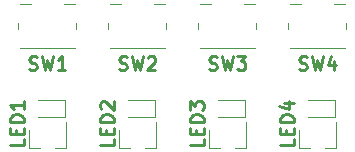
<source format=gbr>
%TF.GenerationSoftware,KiCad,Pcbnew,5.1.6-c6e7f7d~87~ubuntu18.04.1*%
%TF.CreationDate,2020-10-02T11:35:24-04:00*%
%TF.ProjectId,breadboard-io,62726561-6462-46f6-9172-642d696f2e6b,rev?*%
%TF.SameCoordinates,Original*%
%TF.FileFunction,Legend,Top*%
%TF.FilePolarity,Positive*%
%FSLAX46Y46*%
G04 Gerber Fmt 4.6, Leading zero omitted, Abs format (unit mm)*
G04 Created by KiCad (PCBNEW 5.1.6-c6e7f7d~87~ubuntu18.04.1) date 2020-10-02 11:35:24*
%MOMM*%
%LPD*%
G01*
G04 APERTURE LIST*
%ADD10C,0.250000*%
%ADD11C,0.120000*%
G04 APERTURE END LIST*
D10*
X146570238Y-113681904D02*
X146570238Y-114229523D01*
X145420238Y-114229523D01*
X145967857Y-113298571D02*
X145967857Y-112915238D01*
X146570238Y-112750952D02*
X146570238Y-113298571D01*
X145420238Y-113298571D01*
X145420238Y-112750952D01*
X146570238Y-112258095D02*
X145420238Y-112258095D01*
X145420238Y-111984285D01*
X145475000Y-111820000D01*
X145584523Y-111710476D01*
X145694047Y-111655714D01*
X145913095Y-111600952D01*
X146077380Y-111600952D01*
X146296428Y-111655714D01*
X146405952Y-111710476D01*
X146515476Y-111820000D01*
X146570238Y-111984285D01*
X146570238Y-112258095D01*
X145803571Y-110615238D02*
X146570238Y-110615238D01*
X145365476Y-110889047D02*
X146186904Y-111162857D01*
X146186904Y-110450952D01*
X138950238Y-113681904D02*
X138950238Y-114229523D01*
X137800238Y-114229523D01*
X138347857Y-113298571D02*
X138347857Y-112915238D01*
X138950238Y-112750952D02*
X138950238Y-113298571D01*
X137800238Y-113298571D01*
X137800238Y-112750952D01*
X138950238Y-112258095D02*
X137800238Y-112258095D01*
X137800238Y-111984285D01*
X137855000Y-111820000D01*
X137964523Y-111710476D01*
X138074047Y-111655714D01*
X138293095Y-111600952D01*
X138457380Y-111600952D01*
X138676428Y-111655714D01*
X138785952Y-111710476D01*
X138895476Y-111820000D01*
X138950238Y-111984285D01*
X138950238Y-112258095D01*
X137800238Y-111217619D02*
X137800238Y-110505714D01*
X138238333Y-110889047D01*
X138238333Y-110724761D01*
X138293095Y-110615238D01*
X138347857Y-110560476D01*
X138457380Y-110505714D01*
X138731190Y-110505714D01*
X138840714Y-110560476D01*
X138895476Y-110615238D01*
X138950238Y-110724761D01*
X138950238Y-111053333D01*
X138895476Y-111162857D01*
X138840714Y-111217619D01*
X131330238Y-113681904D02*
X131330238Y-114229523D01*
X130180238Y-114229523D01*
X130727857Y-113298571D02*
X130727857Y-112915238D01*
X131330238Y-112750952D02*
X131330238Y-113298571D01*
X130180238Y-113298571D01*
X130180238Y-112750952D01*
X131330238Y-112258095D02*
X130180238Y-112258095D01*
X130180238Y-111984285D01*
X130235000Y-111820000D01*
X130344523Y-111710476D01*
X130454047Y-111655714D01*
X130673095Y-111600952D01*
X130837380Y-111600952D01*
X131056428Y-111655714D01*
X131165952Y-111710476D01*
X131275476Y-111820000D01*
X131330238Y-111984285D01*
X131330238Y-112258095D01*
X130289761Y-111162857D02*
X130235000Y-111108095D01*
X130180238Y-110998571D01*
X130180238Y-110724761D01*
X130235000Y-110615238D01*
X130289761Y-110560476D01*
X130399285Y-110505714D01*
X130508809Y-110505714D01*
X130673095Y-110560476D01*
X131330238Y-111217619D01*
X131330238Y-110505714D01*
X123710238Y-113681904D02*
X123710238Y-114229523D01*
X122560238Y-114229523D01*
X123107857Y-113298571D02*
X123107857Y-112915238D01*
X123710238Y-112750952D02*
X123710238Y-113298571D01*
X122560238Y-113298571D01*
X122560238Y-112750952D01*
X123710238Y-112258095D02*
X122560238Y-112258095D01*
X122560238Y-111984285D01*
X122615000Y-111820000D01*
X122724523Y-111710476D01*
X122834047Y-111655714D01*
X123053095Y-111600952D01*
X123217380Y-111600952D01*
X123436428Y-111655714D01*
X123545952Y-111710476D01*
X123655476Y-111820000D01*
X123710238Y-111984285D01*
X123710238Y-112258095D01*
X123710238Y-110505714D02*
X123710238Y-111162857D01*
X123710238Y-110834285D02*
X122560238Y-110834285D01*
X122724523Y-110943809D01*
X122834047Y-111053333D01*
X122888809Y-111162857D01*
D11*
%TO.C,SW4*%
X147165000Y-102290000D02*
X146240000Y-102290000D01*
X151040000Y-104415000D02*
X151040000Y-103865000D01*
X146140000Y-104415000D02*
X146140000Y-103865000D01*
X150940000Y-105990000D02*
X146240000Y-105990000D01*
X150940000Y-102290000D02*
X150015000Y-102290000D01*
%TO.C,SW3*%
X139545000Y-102290000D02*
X138620000Y-102290000D01*
X143420000Y-104415000D02*
X143420000Y-103865000D01*
X138520000Y-104415000D02*
X138520000Y-103865000D01*
X143320000Y-105990000D02*
X138620000Y-105990000D01*
X143320000Y-102290000D02*
X142395000Y-102290000D01*
%TO.C,SW2*%
X131925000Y-102290000D02*
X131000000Y-102290000D01*
X135800000Y-104415000D02*
X135800000Y-103865000D01*
X130900000Y-104415000D02*
X130900000Y-103865000D01*
X135700000Y-105990000D02*
X131000000Y-105990000D01*
X135700000Y-102290000D02*
X134775000Y-102290000D01*
%TO.C,SW1*%
X124305000Y-102290000D02*
X123380000Y-102290000D01*
X128180000Y-104415000D02*
X128180000Y-103865000D01*
X123280000Y-104415000D02*
X123280000Y-103865000D01*
X128080000Y-105990000D02*
X123380000Y-105990000D01*
X128080000Y-102290000D02*
X127155000Y-102290000D01*
%TO.C,Q4*%
X147010000Y-114425000D02*
X147010000Y-112965000D01*
X150170000Y-114425000D02*
X150170000Y-112265000D01*
X150170000Y-114425000D02*
X149240000Y-114425000D01*
X147010000Y-114425000D02*
X147940000Y-114425000D01*
%TO.C,Q3*%
X139390000Y-114425000D02*
X139390000Y-112965000D01*
X142550000Y-114425000D02*
X142550000Y-112265000D01*
X142550000Y-114425000D02*
X141620000Y-114425000D01*
X139390000Y-114425000D02*
X140320000Y-114425000D01*
%TO.C,Q2*%
X131770000Y-114425000D02*
X131770000Y-112965000D01*
X134930000Y-114425000D02*
X134930000Y-112265000D01*
X134930000Y-114425000D02*
X134000000Y-114425000D01*
X131770000Y-114425000D02*
X132700000Y-114425000D01*
%TO.C,Q1*%
X124150000Y-114425000D02*
X124150000Y-112965000D01*
X127310000Y-114425000D02*
X127310000Y-112265000D01*
X127310000Y-114425000D02*
X126380000Y-114425000D01*
X124150000Y-114425000D02*
X125080000Y-114425000D01*
%TO.C,D4*%
X150075000Y-110390000D02*
X147790000Y-110390000D01*
X150075000Y-111860000D02*
X150075000Y-110390000D01*
X147790000Y-111860000D02*
X150075000Y-111860000D01*
%TO.C,D3*%
X142455000Y-110390000D02*
X140170000Y-110390000D01*
X142455000Y-111860000D02*
X142455000Y-110390000D01*
X140170000Y-111860000D02*
X142455000Y-111860000D01*
%TO.C,D2*%
X134835000Y-110390000D02*
X132550000Y-110390000D01*
X134835000Y-111860000D02*
X134835000Y-110390000D01*
X132550000Y-111860000D02*
X134835000Y-111860000D01*
%TO.C,D1*%
X127215000Y-110390000D02*
X124930000Y-110390000D01*
X127215000Y-111860000D02*
X127215000Y-110390000D01*
X124930000Y-111860000D02*
X127215000Y-111860000D01*
%TO.C,SW4*%
D10*
X147056666Y-107780476D02*
X147220952Y-107835238D01*
X147494761Y-107835238D01*
X147604285Y-107780476D01*
X147659047Y-107725714D01*
X147713809Y-107616190D01*
X147713809Y-107506666D01*
X147659047Y-107397142D01*
X147604285Y-107342380D01*
X147494761Y-107287619D01*
X147275714Y-107232857D01*
X147166190Y-107178095D01*
X147111428Y-107123333D01*
X147056666Y-107013809D01*
X147056666Y-106904285D01*
X147111428Y-106794761D01*
X147166190Y-106740000D01*
X147275714Y-106685238D01*
X147549523Y-106685238D01*
X147713809Y-106740000D01*
X148097142Y-106685238D02*
X148370952Y-107835238D01*
X148590000Y-107013809D01*
X148809047Y-107835238D01*
X149082857Y-106685238D01*
X150013809Y-107068571D02*
X150013809Y-107835238D01*
X149740000Y-106630476D02*
X149466190Y-107451904D01*
X150178095Y-107451904D01*
%TO.C,SW3*%
X139436666Y-107780476D02*
X139600952Y-107835238D01*
X139874761Y-107835238D01*
X139984285Y-107780476D01*
X140039047Y-107725714D01*
X140093809Y-107616190D01*
X140093809Y-107506666D01*
X140039047Y-107397142D01*
X139984285Y-107342380D01*
X139874761Y-107287619D01*
X139655714Y-107232857D01*
X139546190Y-107178095D01*
X139491428Y-107123333D01*
X139436666Y-107013809D01*
X139436666Y-106904285D01*
X139491428Y-106794761D01*
X139546190Y-106740000D01*
X139655714Y-106685238D01*
X139929523Y-106685238D01*
X140093809Y-106740000D01*
X140477142Y-106685238D02*
X140750952Y-107835238D01*
X140970000Y-107013809D01*
X141189047Y-107835238D01*
X141462857Y-106685238D01*
X141791428Y-106685238D02*
X142503333Y-106685238D01*
X142120000Y-107123333D01*
X142284285Y-107123333D01*
X142393809Y-107178095D01*
X142448571Y-107232857D01*
X142503333Y-107342380D01*
X142503333Y-107616190D01*
X142448571Y-107725714D01*
X142393809Y-107780476D01*
X142284285Y-107835238D01*
X141955714Y-107835238D01*
X141846190Y-107780476D01*
X141791428Y-107725714D01*
%TO.C,SW2*%
X131816666Y-107780476D02*
X131980952Y-107835238D01*
X132254761Y-107835238D01*
X132364285Y-107780476D01*
X132419047Y-107725714D01*
X132473809Y-107616190D01*
X132473809Y-107506666D01*
X132419047Y-107397142D01*
X132364285Y-107342380D01*
X132254761Y-107287619D01*
X132035714Y-107232857D01*
X131926190Y-107178095D01*
X131871428Y-107123333D01*
X131816666Y-107013809D01*
X131816666Y-106904285D01*
X131871428Y-106794761D01*
X131926190Y-106740000D01*
X132035714Y-106685238D01*
X132309523Y-106685238D01*
X132473809Y-106740000D01*
X132857142Y-106685238D02*
X133130952Y-107835238D01*
X133350000Y-107013809D01*
X133569047Y-107835238D01*
X133842857Y-106685238D01*
X134226190Y-106794761D02*
X134280952Y-106740000D01*
X134390476Y-106685238D01*
X134664285Y-106685238D01*
X134773809Y-106740000D01*
X134828571Y-106794761D01*
X134883333Y-106904285D01*
X134883333Y-107013809D01*
X134828571Y-107178095D01*
X134171428Y-107835238D01*
X134883333Y-107835238D01*
%TO.C,SW1*%
X124196666Y-107780476D02*
X124360952Y-107835238D01*
X124634761Y-107835238D01*
X124744285Y-107780476D01*
X124799047Y-107725714D01*
X124853809Y-107616190D01*
X124853809Y-107506666D01*
X124799047Y-107397142D01*
X124744285Y-107342380D01*
X124634761Y-107287619D01*
X124415714Y-107232857D01*
X124306190Y-107178095D01*
X124251428Y-107123333D01*
X124196666Y-107013809D01*
X124196666Y-106904285D01*
X124251428Y-106794761D01*
X124306190Y-106740000D01*
X124415714Y-106685238D01*
X124689523Y-106685238D01*
X124853809Y-106740000D01*
X125237142Y-106685238D02*
X125510952Y-107835238D01*
X125730000Y-107013809D01*
X125949047Y-107835238D01*
X126222857Y-106685238D01*
X127263333Y-107835238D02*
X126606190Y-107835238D01*
X126934761Y-107835238D02*
X126934761Y-106685238D01*
X126825238Y-106849523D01*
X126715714Y-106959047D01*
X126606190Y-107013809D01*
%TD*%
M02*

</source>
